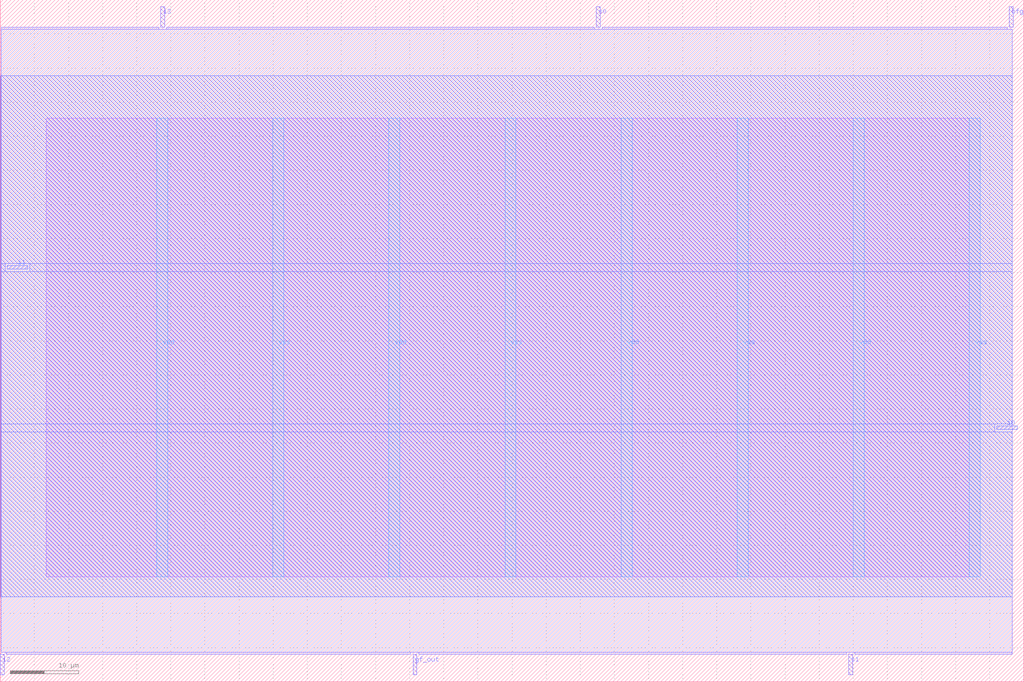
<source format=lef>
VERSION 5.7 ;
  NOWIREEXTENSIONATPIN ON ;
  DIVIDERCHAR "/" ;
  BUSBITCHARS "[]" ;
MACRO bfg_mux_test
  CLASS BLOCK ;
  FOREIGN bfg_mux_test ;
  ORIGIN 0.000 0.000 ;
  SIZE 150.000 BY 100.000 ;
  PIN bfg_out
    DIRECTION OUTPUT TRISTATE ;
    USE SIGNAL ;
    PORT
      LAYER Metal2 ;
        RECT 147.840 96.000 148.400 99.000 ;
    END
  END bfg_out
  PIN gf_out
    DIRECTION OUTPUT TRISTATE ;
    USE SIGNAL ;
    PORT
      LAYER Metal2 ;
        RECT 60.480 1.000 61.040 4.000 ;
    END
  END gf_out
  PIN i0
    DIRECTION INPUT ;
    USE SIGNAL ;
    PORT
      LAYER Metal3 ;
        RECT 146.000 36.960 149.000 37.520 ;
    END
  END i0
  PIN i1
    DIRECTION INPUT ;
    USE SIGNAL ;
    PORT
      LAYER Metal3 ;
        RECT 1.000 60.480 4.000 61.040 ;
    END
  END i1
  PIN i2
    DIRECTION INPUT ;
    USE SIGNAL ;
    PORT
      LAYER Metal2 ;
        RECT 0.000 1.000 0.560 4.000 ;
    END
  END i2
  PIN i3
    DIRECTION INPUT ;
    USE SIGNAL ;
    PORT
      LAYER Metal2 ;
        RECT 23.520 96.000 24.080 99.000 ;
    END
  END i3
  PIN s0
    DIRECTION INPUT ;
    USE SIGNAL ;
    PORT
      LAYER Metal2 ;
        RECT 87.360 96.000 87.920 99.000 ;
    END
  END s0
  PIN s1
    DIRECTION INPUT ;
    USE SIGNAL ;
    PORT
      LAYER Metal2 ;
        RECT 124.320 1.000 124.880 4.000 ;
    END
  END s1
  PIN vdd
    DIRECTION INOUT ;
    USE POWER ;
    PORT
      LAYER Metal4 ;
        RECT 22.930 15.380 24.530 82.620 ;
    END
    PORT
      LAYER Metal4 ;
        RECT 56.950 15.380 58.550 82.620 ;
    END
    PORT
      LAYER Metal4 ;
        RECT 90.970 15.380 92.570 82.620 ;
    END
    PORT
      LAYER Metal4 ;
        RECT 124.990 15.380 126.590 82.620 ;
    END
  END vdd
  PIN vss
    DIRECTION INOUT ;
    USE GROUND ;
    PORT
      LAYER Metal4 ;
        RECT 39.940 15.380 41.540 82.620 ;
    END
    PORT
      LAYER Metal4 ;
        RECT 73.960 15.380 75.560 82.620 ;
    END
    PORT
      LAYER Metal4 ;
        RECT 107.980 15.380 109.580 82.620 ;
    END
    PORT
      LAYER Metal4 ;
        RECT 142.000 15.380 143.600 82.620 ;
    END
  END vss
  OBS
      LAYER Metal1 ;
        RECT 6.720 15.380 143.600 82.620 ;
      LAYER Metal2 ;
        RECT 0.140 95.700 23.220 96.000 ;
        RECT 24.380 95.700 87.060 96.000 ;
        RECT 88.220 95.700 147.540 96.000 ;
        RECT 0.140 4.300 148.260 95.700 ;
        RECT 0.860 4.000 60.180 4.300 ;
        RECT 61.340 4.000 124.020 4.300 ;
        RECT 125.180 4.000 148.260 4.300 ;
      LAYER Metal3 ;
        RECT 0.090 61.340 148.310 88.900 ;
        RECT 0.090 60.180 0.700 61.340 ;
        RECT 4.300 60.180 148.310 61.340 ;
        RECT 0.090 37.820 148.310 60.180 ;
        RECT 0.090 36.660 145.700 37.820 ;
        RECT 0.090 12.460 148.310 36.660 ;
  END
END bfg_mux_test
END LIBRARY


</source>
